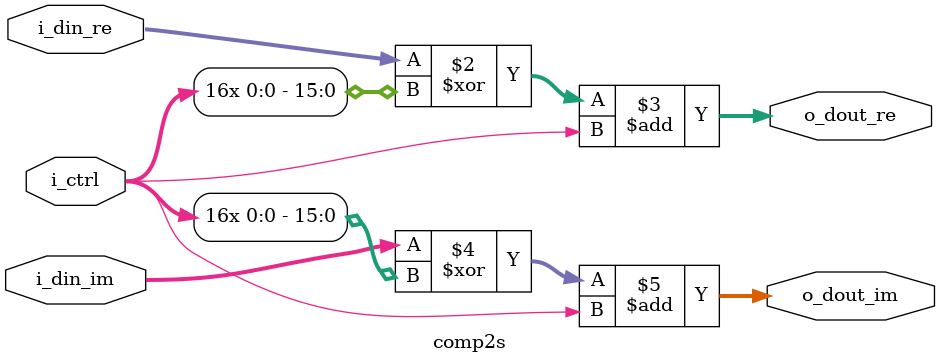
<source format=sv>
/*
Project        : Digital Design of Uplink LTE NB-IoT Transceiver PHY (3GPP)
Standard doc.  : 
Module name    : comp2s
Dependancy     :
Design doc.    : 
References     : 
Description    : Used to get a conditional 2's complement.
Owner          : Yahia Ahmed
*/
module comp2s 
    #(
        parameter DATA_WIDTH = 16
    ) 
    (
        input   logic                           i_ctrl,
        input   logic signed [DATA_WIDTH-1:0]   i_din_re,
        input   logic signed [DATA_WIDTH-1:0]   i_din_im,
        output  logic signed [DATA_WIDTH-1:0]   o_dout_re,
        output  logic signed [DATA_WIDTH-1:0]   o_dout_im
    );

  always_comb 
    begin
        o_dout_re = (i_din_re ^ {DATA_WIDTH{i_ctrl}}) + i_ctrl; // as simple as that ;)
        o_dout_im = (i_din_im ^ {DATA_WIDTH{i_ctrl}}) + i_ctrl; // as simple as that ;)
    end

endmodule
</source>
